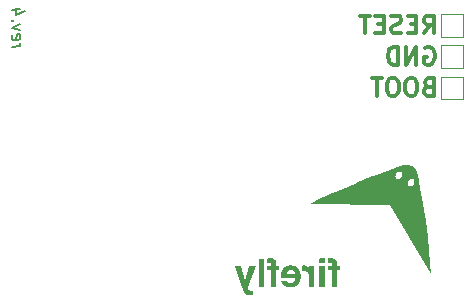
<source format=gbr>
%TF.GenerationSoftware,KiCad,Pcbnew,7.0.7*%
%TF.CreationDate,2023-12-08T19:41:31-05:00*%
%TF.ProjectId,pixie-rev-4,70697869-652d-4726-9576-2d342e6b6963,rev?*%
%TF.SameCoordinates,Original*%
%TF.FileFunction,Legend,Bot*%
%TF.FilePolarity,Positive*%
%FSLAX46Y46*%
G04 Gerber Fmt 4.6, Leading zero omitted, Abs format (unit mm)*
G04 Created by KiCad (PCBNEW 7.0.7) date 2023-12-08 19:41:31*
%MOMM*%
%LPD*%
G01*
G04 APERTURE LIST*
%ADD10C,0.300000*%
%ADD11C,0.150000*%
%ADD12C,0.120000*%
%ADD13O,1.300000X2.100000*%
%ADD14O,1.300000X2.500000*%
%ADD15R,1.500000X1.500000*%
G04 APERTURE END LIST*
D10*
X185459774Y-44124755D02*
X185602632Y-44053326D01*
X185602632Y-44053326D02*
X185816917Y-44053326D01*
X185816917Y-44053326D02*
X186031203Y-44124755D01*
X186031203Y-44124755D02*
X186174060Y-44267612D01*
X186174060Y-44267612D02*
X186245489Y-44410469D01*
X186245489Y-44410469D02*
X186316917Y-44696183D01*
X186316917Y-44696183D02*
X186316917Y-44910469D01*
X186316917Y-44910469D02*
X186245489Y-45196183D01*
X186245489Y-45196183D02*
X186174060Y-45339040D01*
X186174060Y-45339040D02*
X186031203Y-45481898D01*
X186031203Y-45481898D02*
X185816917Y-45553326D01*
X185816917Y-45553326D02*
X185674060Y-45553326D01*
X185674060Y-45553326D02*
X185459774Y-45481898D01*
X185459774Y-45481898D02*
X185388346Y-45410469D01*
X185388346Y-45410469D02*
X185388346Y-44910469D01*
X185388346Y-44910469D02*
X185674060Y-44910469D01*
X184745489Y-45553326D02*
X184745489Y-44053326D01*
X184745489Y-44053326D02*
X183888346Y-45553326D01*
X183888346Y-45553326D02*
X183888346Y-44053326D01*
X183174060Y-45553326D02*
X183174060Y-44053326D01*
X183174060Y-44053326D02*
X182816917Y-44053326D01*
X182816917Y-44053326D02*
X182602631Y-44124755D01*
X182602631Y-44124755D02*
X182459774Y-44267612D01*
X182459774Y-44267612D02*
X182388345Y-44410469D01*
X182388345Y-44410469D02*
X182316917Y-44696183D01*
X182316917Y-44696183D02*
X182316917Y-44910469D01*
X182316917Y-44910469D02*
X182388345Y-45196183D01*
X182388345Y-45196183D02*
X182459774Y-45339040D01*
X182459774Y-45339040D02*
X182602631Y-45481898D01*
X182602631Y-45481898D02*
X182816917Y-45553326D01*
X182816917Y-45553326D02*
X183174060Y-45553326D01*
X185745489Y-47417612D02*
X185531203Y-47489040D01*
X185531203Y-47489040D02*
X185459774Y-47560469D01*
X185459774Y-47560469D02*
X185388346Y-47703326D01*
X185388346Y-47703326D02*
X185388346Y-47917612D01*
X185388346Y-47917612D02*
X185459774Y-48060469D01*
X185459774Y-48060469D02*
X185531203Y-48131898D01*
X185531203Y-48131898D02*
X185674060Y-48203326D01*
X185674060Y-48203326D02*
X186245489Y-48203326D01*
X186245489Y-48203326D02*
X186245489Y-46703326D01*
X186245489Y-46703326D02*
X185745489Y-46703326D01*
X185745489Y-46703326D02*
X185602632Y-46774755D01*
X185602632Y-46774755D02*
X185531203Y-46846183D01*
X185531203Y-46846183D02*
X185459774Y-46989040D01*
X185459774Y-46989040D02*
X185459774Y-47131898D01*
X185459774Y-47131898D02*
X185531203Y-47274755D01*
X185531203Y-47274755D02*
X185602632Y-47346183D01*
X185602632Y-47346183D02*
X185745489Y-47417612D01*
X185745489Y-47417612D02*
X186245489Y-47417612D01*
X184459774Y-46703326D02*
X184174060Y-46703326D01*
X184174060Y-46703326D02*
X184031203Y-46774755D01*
X184031203Y-46774755D02*
X183888346Y-46917612D01*
X183888346Y-46917612D02*
X183816917Y-47203326D01*
X183816917Y-47203326D02*
X183816917Y-47703326D01*
X183816917Y-47703326D02*
X183888346Y-47989040D01*
X183888346Y-47989040D02*
X184031203Y-48131898D01*
X184031203Y-48131898D02*
X184174060Y-48203326D01*
X184174060Y-48203326D02*
X184459774Y-48203326D01*
X184459774Y-48203326D02*
X184602632Y-48131898D01*
X184602632Y-48131898D02*
X184745489Y-47989040D01*
X184745489Y-47989040D02*
X184816917Y-47703326D01*
X184816917Y-47703326D02*
X184816917Y-47203326D01*
X184816917Y-47203326D02*
X184745489Y-46917612D01*
X184745489Y-46917612D02*
X184602632Y-46774755D01*
X184602632Y-46774755D02*
X184459774Y-46703326D01*
X182888345Y-46703326D02*
X182602631Y-46703326D01*
X182602631Y-46703326D02*
X182459774Y-46774755D01*
X182459774Y-46774755D02*
X182316917Y-46917612D01*
X182316917Y-46917612D02*
X182245488Y-47203326D01*
X182245488Y-47203326D02*
X182245488Y-47703326D01*
X182245488Y-47703326D02*
X182316917Y-47989040D01*
X182316917Y-47989040D02*
X182459774Y-48131898D01*
X182459774Y-48131898D02*
X182602631Y-48203326D01*
X182602631Y-48203326D02*
X182888345Y-48203326D01*
X182888345Y-48203326D02*
X183031203Y-48131898D01*
X183031203Y-48131898D02*
X183174060Y-47989040D01*
X183174060Y-47989040D02*
X183245488Y-47703326D01*
X183245488Y-47703326D02*
X183245488Y-47203326D01*
X183245488Y-47203326D02*
X183174060Y-46917612D01*
X183174060Y-46917612D02*
X183031203Y-46774755D01*
X183031203Y-46774755D02*
X182888345Y-46703326D01*
X181816916Y-46703326D02*
X180959774Y-46703326D01*
X181388345Y-48203326D02*
X181388345Y-46703326D01*
X185388346Y-42903326D02*
X185888346Y-42189040D01*
X186245489Y-42903326D02*
X186245489Y-41403326D01*
X186245489Y-41403326D02*
X185674060Y-41403326D01*
X185674060Y-41403326D02*
X185531203Y-41474755D01*
X185531203Y-41474755D02*
X185459774Y-41546183D01*
X185459774Y-41546183D02*
X185388346Y-41689040D01*
X185388346Y-41689040D02*
X185388346Y-41903326D01*
X185388346Y-41903326D02*
X185459774Y-42046183D01*
X185459774Y-42046183D02*
X185531203Y-42117612D01*
X185531203Y-42117612D02*
X185674060Y-42189040D01*
X185674060Y-42189040D02*
X186245489Y-42189040D01*
X184745489Y-42117612D02*
X184245489Y-42117612D01*
X184031203Y-42903326D02*
X184745489Y-42903326D01*
X184745489Y-42903326D02*
X184745489Y-41403326D01*
X184745489Y-41403326D02*
X184031203Y-41403326D01*
X183459774Y-42831898D02*
X183245489Y-42903326D01*
X183245489Y-42903326D02*
X182888346Y-42903326D01*
X182888346Y-42903326D02*
X182745489Y-42831898D01*
X182745489Y-42831898D02*
X182674060Y-42760469D01*
X182674060Y-42760469D02*
X182602631Y-42617612D01*
X182602631Y-42617612D02*
X182602631Y-42474755D01*
X182602631Y-42474755D02*
X182674060Y-42331898D01*
X182674060Y-42331898D02*
X182745489Y-42260469D01*
X182745489Y-42260469D02*
X182888346Y-42189040D01*
X182888346Y-42189040D02*
X183174060Y-42117612D01*
X183174060Y-42117612D02*
X183316917Y-42046183D01*
X183316917Y-42046183D02*
X183388346Y-41974755D01*
X183388346Y-41974755D02*
X183459774Y-41831898D01*
X183459774Y-41831898D02*
X183459774Y-41689040D01*
X183459774Y-41689040D02*
X183388346Y-41546183D01*
X183388346Y-41546183D02*
X183316917Y-41474755D01*
X183316917Y-41474755D02*
X183174060Y-41403326D01*
X183174060Y-41403326D02*
X182816917Y-41403326D01*
X182816917Y-41403326D02*
X182602631Y-41474755D01*
X181959775Y-42117612D02*
X181459775Y-42117612D01*
X181245489Y-42903326D02*
X181959775Y-42903326D01*
X181959775Y-42903326D02*
X181959775Y-41403326D01*
X181959775Y-41403326D02*
X181245489Y-41403326D01*
X180816917Y-41403326D02*
X179959775Y-41403326D01*
X180388346Y-42903326D02*
X180388346Y-41403326D01*
D11*
X150520180Y-44063208D02*
X151186847Y-43979874D01*
X150996371Y-44003684D02*
X151091609Y-43944160D01*
X151091609Y-43944160D02*
X151139228Y-43890589D01*
X151139228Y-43890589D02*
X151186847Y-43789398D01*
X151186847Y-43789398D02*
X151186847Y-43694160D01*
X150567800Y-43057255D02*
X150520180Y-43158445D01*
X150520180Y-43158445D02*
X150520180Y-43348922D01*
X150520180Y-43348922D02*
X150567800Y-43438207D01*
X150567800Y-43438207D02*
X150663038Y-43473922D01*
X150663038Y-43473922D02*
X151043990Y-43426303D01*
X151043990Y-43426303D02*
X151139228Y-43366779D01*
X151139228Y-43366779D02*
X151186847Y-43265588D01*
X151186847Y-43265588D02*
X151186847Y-43075112D01*
X151186847Y-43075112D02*
X151139228Y-42985826D01*
X151139228Y-42985826D02*
X151043990Y-42950112D01*
X151043990Y-42950112D02*
X150948752Y-42962017D01*
X150948752Y-42962017D02*
X150853514Y-43450112D01*
X151186847Y-42598921D02*
X150520180Y-42444160D01*
X150520180Y-42444160D02*
X151186847Y-42122731D01*
X150615419Y-41813207D02*
X150567800Y-41771540D01*
X150567800Y-41771540D02*
X150520180Y-41825112D01*
X150520180Y-41825112D02*
X150567800Y-41866778D01*
X150567800Y-41866778D02*
X150615419Y-41813207D01*
X150615419Y-41813207D02*
X150520180Y-41825112D01*
X151186847Y-40837017D02*
X150520180Y-40920350D01*
X151567800Y-41027493D02*
X150853514Y-41354874D01*
X150853514Y-41354874D02*
X150853514Y-40735826D01*
D12*
%TO.C,GND201*%
X188699999Y-45824998D02*
X188699999Y-43924998D01*
X188699999Y-43924998D02*
X186799999Y-43924998D01*
X186799999Y-45824998D02*
X188699999Y-45824998D01*
X186799999Y-43924998D02*
X186799999Y-45824998D01*
%TO.C,BOOT301*%
X188700000Y-43175000D02*
X188700000Y-41275000D01*
X188700000Y-41275000D02*
X186800000Y-41275000D01*
X186800000Y-43175000D02*
X188700000Y-43175000D01*
X186800000Y-41275000D02*
X186800000Y-43175000D01*
%TO.C,branding-logo-1*%
G36*
X184965416Y-55438602D02*
G01*
X185081339Y-55982979D01*
X185321045Y-57386242D01*
X185525405Y-58815550D01*
X185693860Y-60182722D01*
X185920823Y-62377937D01*
X185997469Y-63266440D01*
X182512907Y-57416504D01*
X175702531Y-57321254D01*
X176509800Y-56944471D01*
X177404056Y-56538511D01*
X178523321Y-56045301D01*
X179536207Y-55616156D01*
X183996882Y-55616156D01*
X183999204Y-55646441D01*
X184001412Y-55661180D01*
X184004316Y-55675610D01*
X184007911Y-55689703D01*
X184012195Y-55703430D01*
X184017165Y-55716762D01*
X184022818Y-55729669D01*
X184029152Y-55742123D01*
X184036163Y-55754094D01*
X184043848Y-55765553D01*
X184052204Y-55776472D01*
X184061229Y-55786821D01*
X184070920Y-55796572D01*
X184081274Y-55805694D01*
X184092287Y-55814160D01*
X184103957Y-55821939D01*
X184116282Y-55829004D01*
X184128346Y-55835284D01*
X184140710Y-55840736D01*
X184153348Y-55845368D01*
X184166232Y-55849189D01*
X184179337Y-55852207D01*
X184192637Y-55854433D01*
X184206106Y-55855873D01*
X184219717Y-55856537D01*
X184233444Y-55856434D01*
X184247262Y-55855572D01*
X184261143Y-55853960D01*
X184275063Y-55851607D01*
X184288993Y-55848522D01*
X184302910Y-55844712D01*
X184316785Y-55840188D01*
X184330594Y-55834957D01*
X184344310Y-55829029D01*
X184357906Y-55822411D01*
X184371358Y-55815114D01*
X184384637Y-55807145D01*
X184397719Y-55798513D01*
X184410577Y-55789227D01*
X184423186Y-55779296D01*
X184435518Y-55768728D01*
X184447548Y-55757533D01*
X184459249Y-55745718D01*
X184470596Y-55733293D01*
X184481562Y-55720266D01*
X184492120Y-55706646D01*
X184502246Y-55692442D01*
X184511913Y-55677663D01*
X184521094Y-55662316D01*
X184537562Y-55630729D01*
X184551263Y-55598630D01*
X184562219Y-55566253D01*
X184570455Y-55533828D01*
X184575994Y-55501590D01*
X184578858Y-55469770D01*
X184579071Y-55438602D01*
X184576657Y-55408317D01*
X184571638Y-55379148D01*
X184564037Y-55351328D01*
X184559276Y-55337996D01*
X184553879Y-55325089D01*
X184547848Y-55312635D01*
X184541186Y-55300664D01*
X184533896Y-55289205D01*
X184525981Y-55278286D01*
X184517445Y-55267937D01*
X184508289Y-55258186D01*
X184498516Y-55249064D01*
X184488131Y-55240598D01*
X184477135Y-55232819D01*
X184465532Y-55225754D01*
X184453467Y-55219474D01*
X184441103Y-55214022D01*
X184428465Y-55209390D01*
X184415581Y-55205569D01*
X184402476Y-55202550D01*
X184389176Y-55200325D01*
X184375707Y-55198885D01*
X184362096Y-55198221D01*
X184348369Y-55198324D01*
X184334551Y-55199186D01*
X184320670Y-55200798D01*
X184306750Y-55203151D01*
X184292820Y-55206236D01*
X184278903Y-55210046D01*
X184265028Y-55214570D01*
X184251219Y-55219801D01*
X184237503Y-55225729D01*
X184223907Y-55232347D01*
X184210456Y-55239644D01*
X184197176Y-55247613D01*
X184184094Y-55256245D01*
X184171236Y-55265531D01*
X184158627Y-55275462D01*
X184146295Y-55286029D01*
X184134265Y-55297225D01*
X184122564Y-55309040D01*
X184111217Y-55321465D01*
X184100252Y-55334492D01*
X184089693Y-55348111D01*
X184079567Y-55362315D01*
X184069900Y-55377095D01*
X184060719Y-55392441D01*
X184042856Y-55424029D01*
X184027946Y-55456127D01*
X184015966Y-55488505D01*
X184006893Y-55520930D01*
X184000703Y-55553168D01*
X183997374Y-55584988D01*
X183996882Y-55616156D01*
X179536207Y-55616156D01*
X179791042Y-55508186D01*
X181005267Y-55020844D01*
X182968303Y-55020844D01*
X182970305Y-55051129D01*
X182975004Y-55080298D01*
X182978369Y-55094391D01*
X182982413Y-55108118D01*
X182987137Y-55121449D01*
X182992542Y-55134356D01*
X182998631Y-55146810D01*
X183005404Y-55158781D01*
X183012863Y-55170241D01*
X183021009Y-55181160D01*
X183029845Y-55191509D01*
X183039371Y-55201259D01*
X183049588Y-55210382D01*
X183060499Y-55218847D01*
X183072105Y-55226627D01*
X183084407Y-55233691D01*
X183096471Y-55239971D01*
X183108835Y-55245423D01*
X183121473Y-55250055D01*
X183134357Y-55253876D01*
X183147462Y-55256895D01*
X183160762Y-55259120D01*
X183174231Y-55260560D01*
X183187842Y-55261225D01*
X183201569Y-55261121D01*
X183215387Y-55260259D01*
X183229268Y-55258648D01*
X183243188Y-55256295D01*
X183257118Y-55253209D01*
X183271035Y-55249400D01*
X183284910Y-55244875D01*
X183298719Y-55239644D01*
X183312435Y-55233716D01*
X183326031Y-55227099D01*
X183339483Y-55219801D01*
X183352762Y-55211832D01*
X183365844Y-55203200D01*
X183378702Y-55193915D01*
X183391311Y-55183984D01*
X183403643Y-55173416D01*
X183415673Y-55162220D01*
X183427374Y-55150406D01*
X183438721Y-55137981D01*
X183449686Y-55124954D01*
X183460245Y-55111334D01*
X183470371Y-55097130D01*
X183480038Y-55082350D01*
X183489219Y-55067004D01*
X183505687Y-55035417D01*
X183519388Y-55003318D01*
X183530344Y-54970940D01*
X183538580Y-54938516D01*
X183544119Y-54906277D01*
X183546983Y-54874457D01*
X183547196Y-54843289D01*
X183544781Y-54813004D01*
X183539762Y-54783835D01*
X183532162Y-54756015D01*
X183527401Y-54742683D01*
X183522004Y-54729776D01*
X183515973Y-54717323D01*
X183509311Y-54705351D01*
X183502021Y-54693892D01*
X183494106Y-54682973D01*
X183485569Y-54672624D01*
X183476414Y-54662873D01*
X183466641Y-54653751D01*
X183456256Y-54645285D01*
X183445260Y-54637506D01*
X183433656Y-54630441D01*
X183421592Y-54624161D01*
X183409228Y-54618710D01*
X183396590Y-54614078D01*
X183383706Y-54610257D01*
X183370601Y-54607238D01*
X183357300Y-54605013D01*
X183343832Y-54603572D01*
X183330221Y-54602908D01*
X183316493Y-54603011D01*
X183302676Y-54603873D01*
X183288794Y-54605485D01*
X183274875Y-54607838D01*
X183260944Y-54610924D01*
X183247028Y-54614733D01*
X183233152Y-54619257D01*
X183219344Y-54624488D01*
X183205628Y-54630417D01*
X183192031Y-54637034D01*
X183178580Y-54644332D01*
X183165301Y-54652301D01*
X183152218Y-54660932D01*
X183139360Y-54670218D01*
X183126752Y-54680149D01*
X183114420Y-54690717D01*
X183102390Y-54701912D01*
X183090689Y-54713727D01*
X183079342Y-54726152D01*
X183068376Y-54739179D01*
X183057817Y-54752799D01*
X183047692Y-54767003D01*
X183038025Y-54781782D01*
X183028844Y-54797129D01*
X183012289Y-54828716D01*
X182998350Y-54860815D01*
X182987038Y-54893193D01*
X182978367Y-54925617D01*
X182972346Y-54957855D01*
X182968987Y-54989675D01*
X182968303Y-55020844D01*
X181005267Y-55020844D01*
X181130666Y-54970514D01*
X181803518Y-54715014D01*
X182465638Y-54475629D01*
X183107457Y-54257778D01*
X183719406Y-54066879D01*
X183764090Y-54055454D01*
X183808794Y-54046452D01*
X183853450Y-54039831D01*
X183897985Y-54035548D01*
X183942328Y-54033561D01*
X183986408Y-54033829D01*
X184030153Y-54036308D01*
X184073493Y-54040958D01*
X184116357Y-54047736D01*
X184158672Y-54056599D01*
X184200369Y-54067505D01*
X184241375Y-54080413D01*
X184281619Y-54095280D01*
X184321031Y-54112064D01*
X184359538Y-54130723D01*
X184397071Y-54151215D01*
X184433557Y-54173497D01*
X184468925Y-54197528D01*
X184503104Y-54223265D01*
X184536023Y-54250666D01*
X184567611Y-54279689D01*
X184597797Y-54310292D01*
X184626508Y-54342433D01*
X184653675Y-54376069D01*
X184679226Y-54411159D01*
X184703089Y-54447660D01*
X184725193Y-54485530D01*
X184745468Y-54524727D01*
X184763842Y-54565209D01*
X184780243Y-54606933D01*
X184794601Y-54649858D01*
X184806844Y-54693941D01*
X184838647Y-54843289D01*
X184965416Y-55438602D01*
G37*
%TO.C,branding-name-1*%
G36*
X177000878Y-64357250D02*
G01*
X176535212Y-64357250D01*
X176535212Y-62648042D01*
X176535273Y-62645097D01*
X176535457Y-62642215D01*
X176535761Y-62639400D01*
X176536183Y-62636652D01*
X176536721Y-62633975D01*
X176537374Y-62631368D01*
X176538139Y-62628836D01*
X176539015Y-62626379D01*
X176539999Y-62624000D01*
X176541090Y-62621700D01*
X176542285Y-62619481D01*
X176543583Y-62617346D01*
X176544982Y-62615296D01*
X176546480Y-62613333D01*
X176548074Y-62611460D01*
X176549764Y-62609677D01*
X176551546Y-62607988D01*
X176553420Y-62606393D01*
X176555383Y-62604896D01*
X176557432Y-62603497D01*
X176559568Y-62602199D01*
X176561786Y-62601003D01*
X176564086Y-62599913D01*
X176566466Y-62598929D01*
X176568922Y-62598053D01*
X176571455Y-62597288D01*
X176574061Y-62596635D01*
X176576739Y-62596097D01*
X176579486Y-62595675D01*
X176582302Y-62595371D01*
X176585183Y-62595187D01*
X176588128Y-62595125D01*
X177000878Y-62595125D01*
X177000878Y-64357250D01*
G37*
G36*
X177000878Y-62388750D02*
G01*
X176529920Y-62388750D01*
X176529920Y-62013042D01*
X176529981Y-62010097D01*
X176530165Y-62007215D01*
X176530469Y-62004400D01*
X176530891Y-62001652D01*
X176531430Y-61998975D01*
X176532082Y-61996369D01*
X176532848Y-61993836D01*
X176533723Y-61991379D01*
X176534707Y-61989000D01*
X176535798Y-61986700D01*
X176536993Y-61984481D01*
X176538291Y-61982346D01*
X176539690Y-61980296D01*
X176541188Y-61978333D01*
X176542782Y-61976460D01*
X176544472Y-61974677D01*
X176546254Y-61972988D01*
X176548128Y-61971393D01*
X176550091Y-61969896D01*
X176552141Y-61968497D01*
X176554276Y-61967199D01*
X176556494Y-61966003D01*
X176558794Y-61964913D01*
X176561174Y-61963929D01*
X176563631Y-61963053D01*
X176566163Y-61962288D01*
X176568769Y-61961635D01*
X176571447Y-61961097D01*
X176574195Y-61960675D01*
X176577010Y-61960371D01*
X176579891Y-61960187D01*
X176582837Y-61960125D01*
X177000878Y-61960125D01*
X177000878Y-62388750D01*
G37*
G36*
X171846795Y-64357250D02*
G01*
X171381128Y-64357250D01*
X171381128Y-62028917D01*
X171381190Y-62025972D01*
X171381373Y-62023090D01*
X171381677Y-62020275D01*
X171382099Y-62017527D01*
X171382638Y-62014850D01*
X171383291Y-62012244D01*
X171384056Y-62009711D01*
X171384931Y-62007254D01*
X171385915Y-62004875D01*
X171387006Y-62002575D01*
X171388202Y-62000356D01*
X171389500Y-61998221D01*
X171390898Y-61996171D01*
X171392396Y-61994208D01*
X171393991Y-61992335D01*
X171395680Y-61990552D01*
X171397463Y-61988863D01*
X171399336Y-61987268D01*
X171401299Y-61985771D01*
X171403349Y-61984372D01*
X171405484Y-61983074D01*
X171407703Y-61981878D01*
X171410003Y-61980788D01*
X171412382Y-61979804D01*
X171414839Y-61978928D01*
X171417371Y-61978163D01*
X171419977Y-61977510D01*
X171422655Y-61976972D01*
X171425403Y-61976550D01*
X171428218Y-61976246D01*
X171431099Y-61976062D01*
X171434045Y-61976000D01*
X171846795Y-61976000D01*
X171846795Y-64357250D01*
G37*
G36*
X170222253Y-63896875D02*
G01*
X170592670Y-62626875D01*
X170594776Y-62622971D01*
X170597114Y-62619206D01*
X170599670Y-62615597D01*
X170602427Y-62612157D01*
X170605370Y-62608904D01*
X170608483Y-62605853D01*
X170611752Y-62603018D01*
X170615160Y-62600417D01*
X170618692Y-62598063D01*
X170622333Y-62595972D01*
X170626066Y-62594161D01*
X170629878Y-62592644D01*
X170633751Y-62591438D01*
X170637670Y-62590557D01*
X170639643Y-62590243D01*
X170641621Y-62590017D01*
X170643603Y-62589879D01*
X170645587Y-62589833D01*
X171121837Y-62589833D01*
X170465671Y-64415458D01*
X170475582Y-64451663D01*
X170485432Y-64484829D01*
X170490314Y-64500253D01*
X170495157Y-64514894D01*
X170499954Y-64528745D01*
X170504697Y-64541797D01*
X170509377Y-64554043D01*
X170513988Y-64565475D01*
X170518521Y-64576086D01*
X170522969Y-64585867D01*
X170527324Y-64594810D01*
X170531579Y-64602909D01*
X170535724Y-64610156D01*
X170539754Y-64616542D01*
X170547255Y-64625222D01*
X170555856Y-64633399D01*
X170565543Y-64641064D01*
X170576300Y-64648209D01*
X170588110Y-64654828D01*
X170600960Y-64660911D01*
X170614832Y-64666452D01*
X170629712Y-64671443D01*
X170645585Y-64675875D01*
X170662434Y-64679742D01*
X170680244Y-64683035D01*
X170699000Y-64685747D01*
X170718686Y-64687869D01*
X170739287Y-64689395D01*
X170760787Y-64690316D01*
X170783170Y-64690625D01*
X170815830Y-64690542D01*
X170829772Y-64690346D01*
X170842040Y-64689964D01*
X170847527Y-64689683D01*
X170852572Y-64689333D01*
X170857167Y-64688906D01*
X170861305Y-64688393D01*
X170864978Y-64687787D01*
X170868178Y-64687080D01*
X170870897Y-64686265D01*
X170873128Y-64685333D01*
X170873128Y-65055750D01*
X170650879Y-65061042D01*
X170616833Y-65060608D01*
X170584144Y-65059305D01*
X170552804Y-65057135D01*
X170522804Y-65054096D01*
X170494138Y-65050190D01*
X170466797Y-65045415D01*
X170440774Y-65039772D01*
X170416061Y-65033261D01*
X170392650Y-65025881D01*
X170370534Y-65017634D01*
X170349705Y-65008518D01*
X170330154Y-64998534D01*
X170311875Y-64987682D01*
X170294859Y-64975962D01*
X170279099Y-64963373D01*
X170264587Y-64949917D01*
X170251444Y-64934724D01*
X170237819Y-64916927D01*
X170223730Y-64896525D01*
X170209190Y-64873518D01*
X170178825Y-64819692D01*
X170146848Y-64755448D01*
X170113382Y-64680786D01*
X170078552Y-64595706D01*
X170042482Y-64500208D01*
X170005296Y-64394292D01*
X169396754Y-62663917D01*
X169395389Y-62660926D01*
X169394266Y-62657912D01*
X169393380Y-62654883D01*
X169392724Y-62651845D01*
X169392292Y-62648808D01*
X169392080Y-62645778D01*
X169392081Y-62642764D01*
X169392289Y-62639774D01*
X169392699Y-62636814D01*
X169393305Y-62633893D01*
X169394100Y-62631018D01*
X169395080Y-62628198D01*
X169396238Y-62625440D01*
X169397568Y-62622751D01*
X169399065Y-62620141D01*
X169400723Y-62617615D01*
X169402536Y-62615182D01*
X169404498Y-62612850D01*
X169406603Y-62610627D01*
X169408846Y-62608520D01*
X169411221Y-62606537D01*
X169413722Y-62604685D01*
X169416343Y-62602974D01*
X169419078Y-62601409D01*
X169421922Y-62600000D01*
X169424868Y-62598753D01*
X169427912Y-62597677D01*
X169431046Y-62596779D01*
X169434266Y-62596067D01*
X169437565Y-62595549D01*
X169440938Y-62595233D01*
X169444379Y-62595125D01*
X169444379Y-62589833D01*
X169851837Y-62589833D01*
X170222253Y-63896875D01*
G37*
G36*
X175196808Y-62547764D02*
G01*
X175212856Y-62548553D01*
X175228690Y-62549868D01*
X175244314Y-62551707D01*
X175259728Y-62554069D01*
X175274935Y-62556953D01*
X175289936Y-62560359D01*
X175304734Y-62564285D01*
X175319330Y-62568730D01*
X175333727Y-62573694D01*
X175347926Y-62579175D01*
X175361929Y-62585172D01*
X175375739Y-62591685D01*
X175389356Y-62598713D01*
X175402784Y-62606254D01*
X175416024Y-62614307D01*
X175441948Y-62631948D01*
X175467142Y-62651628D01*
X175491624Y-62673339D01*
X175515408Y-62697072D01*
X175538510Y-62722822D01*
X175560945Y-62750578D01*
X175582729Y-62780335D01*
X175603878Y-62812084D01*
X175619670Y-62835979D01*
X175627412Y-62848081D01*
X175634967Y-62860370D01*
X175642274Y-62872907D01*
X175649271Y-62885753D01*
X175655896Y-62898972D01*
X175659049Y-62905741D01*
X175662086Y-62912625D01*
X175662086Y-62648042D01*
X175662148Y-62645097D01*
X175662332Y-62642215D01*
X175662636Y-62639400D01*
X175663058Y-62636652D01*
X175663596Y-62633975D01*
X175664249Y-62631368D01*
X175665014Y-62628836D01*
X175665890Y-62626379D01*
X175666874Y-62624000D01*
X175667965Y-62621700D01*
X175669160Y-62619481D01*
X175670458Y-62617346D01*
X175671857Y-62615296D01*
X175673354Y-62613333D01*
X175674949Y-62611460D01*
X175676639Y-62609677D01*
X175678421Y-62607988D01*
X175680295Y-62606393D01*
X175682257Y-62604896D01*
X175684307Y-62603497D01*
X175686443Y-62602199D01*
X175688661Y-62601003D01*
X175690961Y-62599913D01*
X175693340Y-62598929D01*
X175695797Y-62598053D01*
X175698330Y-62597288D01*
X175700936Y-62596635D01*
X175703614Y-62596097D01*
X175706361Y-62595675D01*
X175709177Y-62595371D01*
X175712058Y-62595187D01*
X175715003Y-62595125D01*
X176101295Y-62595125D01*
X176101295Y-64357250D01*
X175635628Y-64357250D01*
X175635628Y-63441792D01*
X175635195Y-63415437D01*
X175633902Y-63389950D01*
X175631756Y-63365331D01*
X175628766Y-63341581D01*
X175624938Y-63318699D01*
X175620280Y-63296684D01*
X175614801Y-63275538D01*
X175608508Y-63255261D01*
X175601409Y-63235851D01*
X175593512Y-63217309D01*
X175584824Y-63199636D01*
X175575353Y-63182831D01*
X175565107Y-63166894D01*
X175554093Y-63151825D01*
X175542320Y-63137624D01*
X175529795Y-63124292D01*
X175516462Y-63111767D01*
X175502261Y-63099994D01*
X175487193Y-63088980D01*
X175471256Y-63078734D01*
X175454450Y-63069263D01*
X175436777Y-63060575D01*
X175418236Y-63052677D01*
X175398826Y-63045578D01*
X175378548Y-63039285D01*
X175357402Y-63033806D01*
X175335388Y-63029149D01*
X175312506Y-63025321D01*
X175288755Y-63022330D01*
X175264137Y-63020184D01*
X175238650Y-63018891D01*
X175212295Y-63018458D01*
X175176659Y-63018541D01*
X175158996Y-63018738D01*
X175141519Y-63019120D01*
X175124290Y-63019750D01*
X175107371Y-63020691D01*
X175090824Y-63022004D01*
X175074712Y-63023750D01*
X175074712Y-62600417D01*
X175074788Y-62597937D01*
X175075015Y-62595462D01*
X175075387Y-62592997D01*
X175075900Y-62590547D01*
X175076549Y-62588115D01*
X175077328Y-62585708D01*
X175078233Y-62583330D01*
X175079259Y-62580986D01*
X175080402Y-62578681D01*
X175081656Y-62576420D01*
X175083016Y-62574206D01*
X175084478Y-62572046D01*
X175086038Y-62569945D01*
X175087689Y-62567906D01*
X175089427Y-62565935D01*
X175091248Y-62564037D01*
X175093146Y-62562216D01*
X175095117Y-62560477D01*
X175097156Y-62558826D01*
X175099258Y-62557267D01*
X175101418Y-62555805D01*
X175103631Y-62554444D01*
X175105893Y-62553190D01*
X175108198Y-62552048D01*
X175110542Y-62551021D01*
X175112920Y-62550116D01*
X175115327Y-62549337D01*
X175117758Y-62548689D01*
X175120209Y-62548176D01*
X175122674Y-62547804D01*
X175125149Y-62547577D01*
X175127628Y-62547500D01*
X175180545Y-62547500D01*
X175196808Y-62547764D01*
G37*
G36*
X177537755Y-61939455D02*
G01*
X177570807Y-61940943D01*
X177602743Y-61943423D01*
X177633563Y-61946896D01*
X177663267Y-61951361D01*
X177691854Y-61956818D01*
X177719325Y-61963267D01*
X177745680Y-61970709D01*
X177770919Y-61979142D01*
X177795041Y-61988568D01*
X177818048Y-61998986D01*
X177839938Y-62010396D01*
X177860712Y-62022798D01*
X177880370Y-62036193D01*
X177898911Y-62050580D01*
X177916336Y-62065958D01*
X177932647Y-62081398D01*
X177947849Y-62097946D01*
X177961950Y-62115595D01*
X177974958Y-62134337D01*
X177986881Y-62154164D01*
X177997727Y-62175068D01*
X178007503Y-62197042D01*
X178016217Y-62220078D01*
X178023876Y-62244169D01*
X178030490Y-62269305D01*
X178036064Y-62295481D01*
X178040608Y-62322687D01*
X178044128Y-62350917D01*
X178046633Y-62380162D01*
X178048131Y-62410414D01*
X178048628Y-62441667D01*
X178048628Y-62589834D01*
X178307920Y-62589834D01*
X178307920Y-62917917D01*
X178048628Y-62917917D01*
X178048628Y-64351958D01*
X177582961Y-64351958D01*
X177582961Y-62917917D01*
X177281336Y-62917917D01*
X177281336Y-62642750D01*
X177281398Y-62639805D01*
X177281582Y-62636924D01*
X177281886Y-62634108D01*
X177282308Y-62631361D01*
X177282846Y-62628683D01*
X177283499Y-62626077D01*
X177284264Y-62623544D01*
X177285140Y-62621088D01*
X177286124Y-62618708D01*
X177287215Y-62616408D01*
X177288410Y-62614190D01*
X177289708Y-62612055D01*
X177291107Y-62610005D01*
X177292604Y-62608042D01*
X177294199Y-62606168D01*
X177295889Y-62604386D01*
X177297671Y-62602696D01*
X177299545Y-62601102D01*
X177301507Y-62599604D01*
X177303557Y-62598205D01*
X177305693Y-62596907D01*
X177307911Y-62595712D01*
X177310211Y-62594621D01*
X177312590Y-62593637D01*
X177315047Y-62592762D01*
X177317580Y-62591996D01*
X177320186Y-62591344D01*
X177322864Y-62590805D01*
X177325611Y-62590383D01*
X177328427Y-62590079D01*
X177331308Y-62589895D01*
X177334253Y-62589834D01*
X177582961Y-62589834D01*
X177582961Y-62510459D01*
X177582837Y-62495945D01*
X177582465Y-62482161D01*
X177581845Y-62469089D01*
X177580977Y-62456715D01*
X177579861Y-62445023D01*
X177578497Y-62433998D01*
X177576884Y-62423624D01*
X177575024Y-62413886D01*
X177572915Y-62404767D01*
X177570559Y-62396254D01*
X177567954Y-62388329D01*
X177565102Y-62380978D01*
X177562001Y-62374185D01*
X177558653Y-62367935D01*
X177555056Y-62362212D01*
X177551211Y-62357000D01*
X177546996Y-62352224D01*
X177542292Y-62347812D01*
X177537108Y-62343757D01*
X177531450Y-62340050D01*
X177525328Y-62336685D01*
X177518748Y-62333653D01*
X177511719Y-62330946D01*
X177504248Y-62328558D01*
X177496343Y-62326479D01*
X177488011Y-62324702D01*
X177479261Y-62323221D01*
X177470100Y-62322026D01*
X177460536Y-62321110D01*
X177450577Y-62320465D01*
X177440230Y-62320084D01*
X177429503Y-62319959D01*
X177286628Y-62319959D01*
X177286628Y-61997167D01*
X177286690Y-61994687D01*
X177286872Y-61992212D01*
X177287173Y-61989747D01*
X177287590Y-61987297D01*
X177288118Y-61984865D01*
X177288756Y-61982458D01*
X177289501Y-61980081D01*
X177290349Y-61977737D01*
X177291298Y-61975431D01*
X177292345Y-61973170D01*
X177293487Y-61970956D01*
X177294721Y-61968797D01*
X177296044Y-61966695D01*
X177297453Y-61964656D01*
X177298946Y-61962685D01*
X177300519Y-61960787D01*
X177302169Y-61958966D01*
X177303895Y-61957227D01*
X177305692Y-61955576D01*
X177307557Y-61954017D01*
X177309489Y-61952555D01*
X177311483Y-61951194D01*
X177313538Y-61949940D01*
X177315650Y-61948798D01*
X177317816Y-61947771D01*
X177320033Y-61946866D01*
X177322299Y-61946087D01*
X177324610Y-61945439D01*
X177326964Y-61944926D01*
X177329358Y-61944554D01*
X177331789Y-61944327D01*
X177334253Y-61944250D01*
X177350366Y-61942504D01*
X177366913Y-61941191D01*
X177383832Y-61940250D01*
X177401061Y-61939620D01*
X177436201Y-61939041D01*
X177471837Y-61938959D01*
X177503587Y-61938959D01*
X177537755Y-61939455D01*
G37*
G36*
X172378381Y-61939455D02*
G01*
X172411433Y-61940943D01*
X172443369Y-61943423D01*
X172474189Y-61946896D01*
X172503892Y-61951361D01*
X172532480Y-61956818D01*
X172559951Y-61963267D01*
X172586306Y-61970709D01*
X172611545Y-61979142D01*
X172635667Y-61988568D01*
X172658673Y-61998986D01*
X172680563Y-62010396D01*
X172701337Y-62022798D01*
X172720995Y-62036193D01*
X172739537Y-62050580D01*
X172756962Y-62065958D01*
X172773272Y-62081398D01*
X172788474Y-62097946D01*
X172802575Y-62115595D01*
X172815584Y-62134337D01*
X172827507Y-62154164D01*
X172838352Y-62175068D01*
X172848128Y-62197042D01*
X172856842Y-62220078D01*
X172864502Y-62244169D01*
X172871115Y-62269305D01*
X172876690Y-62295481D01*
X172881233Y-62322687D01*
X172884754Y-62350917D01*
X172887259Y-62380162D01*
X172888756Y-62410414D01*
X172889254Y-62441667D01*
X172889254Y-62589834D01*
X173148545Y-62589834D01*
X173148545Y-62917917D01*
X172889254Y-62917917D01*
X172889254Y-64351958D01*
X172423587Y-64351958D01*
X172423587Y-62912625D01*
X172127254Y-62912625D01*
X172127254Y-62642750D01*
X172127315Y-62639805D01*
X172127499Y-62636924D01*
X172127803Y-62634108D01*
X172128225Y-62631361D01*
X172128764Y-62628683D01*
X172129416Y-62626077D01*
X172130181Y-62623544D01*
X172131057Y-62621088D01*
X172132041Y-62618708D01*
X172133132Y-62616408D01*
X172134327Y-62614190D01*
X172135625Y-62612055D01*
X172137024Y-62610005D01*
X172138522Y-62608042D01*
X172140116Y-62606168D01*
X172141806Y-62604386D01*
X172143588Y-62602696D01*
X172145462Y-62601102D01*
X172147424Y-62599604D01*
X172149474Y-62598205D01*
X172151610Y-62596907D01*
X172153828Y-62595712D01*
X172156128Y-62594621D01*
X172158507Y-62593637D01*
X172160964Y-62592762D01*
X172163497Y-62591996D01*
X172166103Y-62591344D01*
X172168781Y-62590805D01*
X172171528Y-62590383D01*
X172174344Y-62590079D01*
X172177225Y-62589895D01*
X172180170Y-62589834D01*
X172428879Y-62589834D01*
X172428879Y-62510459D01*
X172428755Y-62495945D01*
X172428383Y-62482161D01*
X172427763Y-62469089D01*
X172426894Y-62456715D01*
X172425778Y-62445023D01*
X172424414Y-62433998D01*
X172422802Y-62423624D01*
X172420941Y-62413886D01*
X172418833Y-62404767D01*
X172416476Y-62396254D01*
X172413872Y-62388329D01*
X172411019Y-62380978D01*
X172407919Y-62374185D01*
X172404570Y-62367935D01*
X172400974Y-62362212D01*
X172397129Y-62357000D01*
X172392913Y-62352224D01*
X172388210Y-62347812D01*
X172383025Y-62343757D01*
X172377368Y-62340050D01*
X172371245Y-62336685D01*
X172364666Y-62333653D01*
X172357636Y-62330946D01*
X172350165Y-62328558D01*
X172342260Y-62326479D01*
X172333928Y-62324702D01*
X172325178Y-62323221D01*
X172316017Y-62322026D01*
X172306453Y-62321110D01*
X172296494Y-62320465D01*
X172286147Y-62320084D01*
X172275420Y-62319959D01*
X172127254Y-62319959D01*
X172127254Y-61997167D01*
X172127315Y-61994687D01*
X172127498Y-61992212D01*
X172127799Y-61989747D01*
X172128215Y-61987297D01*
X172128743Y-61984865D01*
X172129381Y-61982458D01*
X172130126Y-61980081D01*
X172130974Y-61977737D01*
X172131923Y-61975431D01*
X172132970Y-61973170D01*
X172134112Y-61970956D01*
X172135346Y-61968797D01*
X172136669Y-61966695D01*
X172138078Y-61964656D01*
X172139571Y-61962685D01*
X172141144Y-61960787D01*
X172142795Y-61958966D01*
X172144520Y-61957227D01*
X172146317Y-61955576D01*
X172148182Y-61954017D01*
X172150114Y-61952555D01*
X172152108Y-61951194D01*
X172154163Y-61949940D01*
X172156275Y-61948798D01*
X172158441Y-61947771D01*
X172160658Y-61946866D01*
X172162924Y-61946087D01*
X172165235Y-61945439D01*
X172167589Y-61944926D01*
X172169983Y-61944554D01*
X172172413Y-61944327D01*
X172174878Y-61944250D01*
X172190991Y-61942504D01*
X172207538Y-61941191D01*
X172224457Y-61940250D01*
X172241686Y-61939620D01*
X172276826Y-61939041D01*
X172312462Y-61938959D01*
X172344212Y-61938959D01*
X172378381Y-61939455D01*
G37*
G36*
X174934606Y-63295500D02*
G01*
X174938947Y-63344651D01*
X174941551Y-63395181D01*
X174942419Y-63447084D01*
X174941553Y-63502892D01*
X174938957Y-63557196D01*
X174934641Y-63609981D01*
X174928611Y-63661231D01*
X174920877Y-63710931D01*
X174911445Y-63759065D01*
X174900323Y-63805617D01*
X174887518Y-63850573D01*
X174873040Y-63893917D01*
X174856895Y-63935633D01*
X174839091Y-63975705D01*
X174819636Y-64014119D01*
X174798538Y-64050858D01*
X174775804Y-64085908D01*
X174751443Y-64119252D01*
X174725461Y-64150875D01*
X174697928Y-64180701D01*
X174668907Y-64208660D01*
X174638397Y-64234742D01*
X174606399Y-64258941D01*
X174572912Y-64281248D01*
X174537938Y-64301657D01*
X174501475Y-64320158D01*
X174463524Y-64336745D01*
X174424084Y-64351409D01*
X174383157Y-64364144D01*
X174340741Y-64374940D01*
X174296837Y-64383791D01*
X174251444Y-64390689D01*
X174204563Y-64395625D01*
X174156194Y-64398593D01*
X174106337Y-64399584D01*
X174066088Y-64399024D01*
X174026693Y-64397341D01*
X173988135Y-64394526D01*
X173950398Y-64390571D01*
X173913467Y-64385469D01*
X173877327Y-64379213D01*
X173841963Y-64371793D01*
X173807357Y-64363203D01*
X173773497Y-64353435D01*
X173740364Y-64342481D01*
X173707945Y-64330333D01*
X173676223Y-64316984D01*
X173645184Y-64302425D01*
X173614811Y-64286650D01*
X173585090Y-64269650D01*
X173556004Y-64251417D01*
X173532686Y-64235170D01*
X173510353Y-64218179D01*
X173488996Y-64200443D01*
X173468608Y-64181964D01*
X173449182Y-64162740D01*
X173430709Y-64142773D01*
X173413181Y-64122061D01*
X173396592Y-64100605D01*
X173380933Y-64078404D01*
X173366196Y-64055460D01*
X173352374Y-64031772D01*
X173339458Y-64007339D01*
X173327442Y-63982162D01*
X173316318Y-63956241D01*
X173306077Y-63929576D01*
X173296712Y-63902167D01*
X173295827Y-63899176D01*
X173295155Y-63896162D01*
X173294690Y-63893133D01*
X173294428Y-63890096D01*
X173294363Y-63887058D01*
X173294491Y-63884029D01*
X173294807Y-63881015D01*
X173295306Y-63878024D01*
X173295984Y-63875064D01*
X173296835Y-63872143D01*
X173297854Y-63869269D01*
X173299037Y-63866448D01*
X173300379Y-63863690D01*
X173301876Y-63861002D01*
X173303521Y-63858391D01*
X173305311Y-63855865D01*
X173307240Y-63853432D01*
X173309304Y-63851100D01*
X173311498Y-63848877D01*
X173313817Y-63846770D01*
X173316256Y-63844787D01*
X173318810Y-63842936D01*
X173321475Y-63841224D01*
X173324245Y-63839659D01*
X173327116Y-63838250D01*
X173330083Y-63837003D01*
X173333141Y-63835927D01*
X173336286Y-63835029D01*
X173339511Y-63834317D01*
X173342814Y-63833799D01*
X173346188Y-63833483D01*
X173349628Y-63833375D01*
X173751795Y-63833375D01*
X173755019Y-63843235D01*
X173758740Y-63852971D01*
X173762957Y-63862583D01*
X173767670Y-63872071D01*
X173772879Y-63881435D01*
X173778584Y-63890674D01*
X173784785Y-63899790D01*
X173791482Y-63908782D01*
X173798676Y-63917649D01*
X173806365Y-63926393D01*
X173814551Y-63935013D01*
X173823232Y-63943508D01*
X173832410Y-63951880D01*
X173842084Y-63960128D01*
X173852254Y-63968251D01*
X173862920Y-63976251D01*
X173874827Y-63983008D01*
X173886743Y-63989387D01*
X173898674Y-63995377D01*
X173910628Y-64000972D01*
X173922613Y-64006165D01*
X173934636Y-64010946D01*
X173946707Y-64015309D01*
X173958831Y-64019245D01*
X173971018Y-64022747D01*
X173983274Y-64025808D01*
X173995608Y-64028419D01*
X174008027Y-64030573D01*
X174020539Y-64032261D01*
X174033152Y-64033477D01*
X174045874Y-64034212D01*
X174058711Y-64034459D01*
X174086056Y-64033903D01*
X174112517Y-64032247D01*
X174138078Y-64029505D01*
X174162726Y-64025694D01*
X174186442Y-64020829D01*
X174209214Y-64014925D01*
X174231024Y-64007998D01*
X174251857Y-64000063D01*
X174271698Y-63991136D01*
X174290532Y-63981232D01*
X174308342Y-63970367D01*
X174325114Y-63958556D01*
X174340831Y-63945816D01*
X174348290Y-63939101D01*
X174355479Y-63932160D01*
X174362397Y-63924994D01*
X174369041Y-63917606D01*
X174375411Y-63909996D01*
X174381503Y-63902167D01*
X174391177Y-63888836D01*
X174400354Y-63874644D01*
X174409036Y-63859600D01*
X174417222Y-63843711D01*
X174424911Y-63826984D01*
X174432105Y-63809428D01*
X174438802Y-63791051D01*
X174445003Y-63771860D01*
X174450708Y-63751862D01*
X174455917Y-63731066D01*
X174460630Y-63709480D01*
X174464847Y-63687110D01*
X174468568Y-63663966D01*
X174471792Y-63640054D01*
X174474521Y-63615382D01*
X174476753Y-63589959D01*
X173280836Y-63589959D01*
X173276951Y-63570115D01*
X173275163Y-63560193D01*
X173273561Y-63550271D01*
X173272207Y-63540349D01*
X173271163Y-63530427D01*
X173270491Y-63520506D01*
X173270314Y-63515545D01*
X173270253Y-63510584D01*
X173270253Y-63484125D01*
X173271120Y-63428436D01*
X173273716Y-63374468D01*
X173278032Y-63322205D01*
X173281439Y-63293625D01*
X173757087Y-63293625D01*
X174476753Y-63293625D01*
X174473593Y-63276012D01*
X174470076Y-63258888D01*
X174466219Y-63242244D01*
X174462035Y-63226074D01*
X174457542Y-63210368D01*
X174452754Y-63195119D01*
X174447687Y-63180321D01*
X174442357Y-63165964D01*
X174436778Y-63152041D01*
X174430967Y-63138544D01*
X174424939Y-63125466D01*
X174418710Y-63112799D01*
X174412294Y-63100535D01*
X174405708Y-63088666D01*
X174398967Y-63077185D01*
X174392086Y-63066083D01*
X174379810Y-63049714D01*
X174366806Y-63034344D01*
X174353088Y-63019982D01*
X174338673Y-63006635D01*
X174323576Y-62994311D01*
X174307812Y-62983019D01*
X174291397Y-62972765D01*
X174274347Y-62963558D01*
X174256676Y-62955404D01*
X174238401Y-62948313D01*
X174219536Y-62942291D01*
X174200098Y-62937347D01*
X174180102Y-62933488D01*
X174159563Y-62930722D01*
X174138497Y-62929057D01*
X174116920Y-62928500D01*
X174094412Y-62928936D01*
X174072540Y-62930247D01*
X174051319Y-62932442D01*
X174030765Y-62935528D01*
X174010893Y-62939514D01*
X173991718Y-62944406D01*
X173973257Y-62950213D01*
X173955524Y-62956943D01*
X173938535Y-62964603D01*
X173922306Y-62973200D01*
X173906852Y-62982744D01*
X173899421Y-62987872D01*
X173892189Y-62993240D01*
X173885159Y-62998849D01*
X173878332Y-63004698D01*
X173871711Y-63010790D01*
X173865297Y-63017125D01*
X173859092Y-63023704D01*
X173853099Y-63030529D01*
X173847318Y-63037599D01*
X173841753Y-63044917D01*
X173833070Y-63056140D01*
X173824875Y-63067975D01*
X173817161Y-63080415D01*
X173809920Y-63093451D01*
X173803144Y-63107077D01*
X173796826Y-63121284D01*
X173790956Y-63136065D01*
X173785529Y-63151412D01*
X173780536Y-63167316D01*
X173775969Y-63183771D01*
X173771821Y-63200769D01*
X173768083Y-63218302D01*
X173764749Y-63236361D01*
X173761810Y-63254940D01*
X173759258Y-63274031D01*
X173757087Y-63293625D01*
X173281439Y-63293625D01*
X173284061Y-63271632D01*
X173291796Y-63222733D01*
X173301228Y-63175493D01*
X173312350Y-63129896D01*
X173325154Y-63085927D01*
X173339633Y-63043571D01*
X173355778Y-63002811D01*
X173373582Y-62963632D01*
X173393037Y-62926020D01*
X173414135Y-62889957D01*
X173436868Y-62855430D01*
X173461230Y-62822421D01*
X173487212Y-62790917D01*
X173514745Y-62761150D01*
X173543766Y-62733360D01*
X173574276Y-62707538D01*
X173606274Y-62683678D01*
X173639760Y-62661771D01*
X173674735Y-62641810D01*
X173711198Y-62623786D01*
X173749149Y-62607693D01*
X173788589Y-62593522D01*
X173829516Y-62581266D01*
X173871932Y-62570916D01*
X173915837Y-62562466D01*
X173961229Y-62555907D01*
X174008110Y-62551231D01*
X174056479Y-62548432D01*
X174106337Y-62547500D01*
X174154332Y-62548430D01*
X174201080Y-62551221D01*
X174246572Y-62555872D01*
X174290801Y-62562383D01*
X174333758Y-62570755D01*
X174375436Y-62580987D01*
X174415828Y-62593079D01*
X174454925Y-62607032D01*
X174492720Y-62622845D01*
X174529205Y-62640518D01*
X174564372Y-62660052D01*
X174598213Y-62681446D01*
X174630722Y-62704700D01*
X174661889Y-62729815D01*
X174691708Y-62756790D01*
X174720170Y-62785625D01*
X174747083Y-62816134D01*
X174772260Y-62848123D01*
X174795700Y-62881585D01*
X174817404Y-62916511D01*
X174837372Y-62952895D01*
X174855603Y-62990729D01*
X174872098Y-63030004D01*
X174886857Y-63070714D01*
X174899879Y-63112850D01*
X174911166Y-63156404D01*
X174920715Y-63201369D01*
X174928529Y-63247737D01*
X174934367Y-63293625D01*
X174934606Y-63295500D01*
G37*
%TO.C,PU301*%
X188700000Y-48474999D02*
X188700000Y-46574999D01*
X188700000Y-46574999D02*
X186800000Y-46574999D01*
X186800000Y-48474999D02*
X188700000Y-48474999D01*
X186800000Y-46574999D02*
X186800000Y-48474999D01*
%TD*%
%LPC*%
%TO.C,branding-logo-1*%
G36*
X182242313Y-57829188D02*
G01*
X182670938Y-58543564D01*
X182608955Y-58620954D01*
X182542310Y-58697972D01*
X182471362Y-58774061D01*
X182396474Y-58848661D01*
X182318003Y-58921214D01*
X182236313Y-58991163D01*
X182151762Y-59057950D01*
X182064711Y-59121016D01*
X181975520Y-59179803D01*
X181884551Y-59233753D01*
X181792163Y-59282308D01*
X181698718Y-59324910D01*
X181604574Y-59361001D01*
X181557353Y-59376430D01*
X181510093Y-59390023D01*
X181462839Y-59401708D01*
X181415636Y-59411417D01*
X181368529Y-59419079D01*
X181321562Y-59424625D01*
X181347700Y-59392714D01*
X181375140Y-59353885D01*
X181403325Y-59308661D01*
X181431695Y-59257566D01*
X181459693Y-59201121D01*
X181486761Y-59139852D01*
X181512341Y-59074280D01*
X181535875Y-59004930D01*
X181556804Y-58932324D01*
X181574570Y-58856985D01*
X181588616Y-58779438D01*
X181598383Y-58700204D01*
X181601487Y-58660119D01*
X181603313Y-58619808D01*
X181603789Y-58579337D01*
X181602847Y-58538772D01*
X181600417Y-58498178D01*
X181596429Y-58457620D01*
X181590813Y-58417164D01*
X181583500Y-58376875D01*
X181573396Y-58406737D01*
X181562484Y-58435319D01*
X181550835Y-58462643D01*
X181538526Y-58488729D01*
X181525629Y-58513600D01*
X181512219Y-58537278D01*
X181498371Y-58559785D01*
X181484157Y-58581142D01*
X181454932Y-58620494D01*
X181425137Y-58655510D01*
X181395366Y-58686362D01*
X181366211Y-58713227D01*
X181338265Y-58736278D01*
X181312121Y-58755690D01*
X181288373Y-58771636D01*
X181267612Y-58784292D01*
X181237428Y-58800431D01*
X181226313Y-58805500D01*
X181230700Y-58792494D01*
X181242063Y-58755023D01*
X181249518Y-58727841D01*
X181257706Y-58695414D01*
X181266289Y-58658035D01*
X181274930Y-58615993D01*
X181283292Y-58569579D01*
X181291037Y-58519084D01*
X181297829Y-58464799D01*
X181303331Y-58407013D01*
X181307205Y-58346019D01*
X181309114Y-58282106D01*
X181309226Y-58249146D01*
X181308720Y-58215566D01*
X181307555Y-58181401D01*
X181305688Y-58146688D01*
X181303114Y-58105357D01*
X181301471Y-58064585D01*
X181300944Y-58024184D01*
X181301719Y-57983969D01*
X181303982Y-57943755D01*
X181305730Y-57923589D01*
X181307920Y-57903354D01*
X181310575Y-57883026D01*
X181313718Y-57862582D01*
X181317373Y-57841998D01*
X181321563Y-57821251D01*
X182242313Y-57829188D01*
G37*
G36*
X182223250Y-57832969D02*
G01*
X182651875Y-58547345D01*
X182589892Y-58624735D01*
X182523247Y-58701753D01*
X182452299Y-58777842D01*
X182377411Y-58852442D01*
X182298940Y-58924995D01*
X182217250Y-58994944D01*
X182132699Y-59061731D01*
X182045648Y-59124797D01*
X181956457Y-59183584D01*
X181865488Y-59237534D01*
X181773100Y-59286089D01*
X181679655Y-59328691D01*
X181585511Y-59364782D01*
X181538290Y-59380211D01*
X181491030Y-59393804D01*
X181443776Y-59405489D01*
X181396573Y-59415198D01*
X181349466Y-59422860D01*
X181302499Y-59428406D01*
X181328637Y-59396495D01*
X181356077Y-59357666D01*
X181384262Y-59312442D01*
X181412632Y-59261347D01*
X181440630Y-59204902D01*
X181467698Y-59143633D01*
X181493278Y-59078061D01*
X181516812Y-59008711D01*
X181537741Y-58936105D01*
X181555507Y-58860766D01*
X181569553Y-58783219D01*
X181579320Y-58703985D01*
X181582424Y-58663900D01*
X181584250Y-58623589D01*
X181584726Y-58583118D01*
X181583784Y-58542553D01*
X181581354Y-58501959D01*
X181577366Y-58461401D01*
X181571750Y-58420945D01*
X181564437Y-58380656D01*
X181554333Y-58410518D01*
X181543421Y-58439100D01*
X181531772Y-58466424D01*
X181519463Y-58492510D01*
X181506566Y-58517381D01*
X181493156Y-58541059D01*
X181479308Y-58563566D01*
X181465094Y-58584923D01*
X181435869Y-58624275D01*
X181406074Y-58659291D01*
X181376303Y-58690143D01*
X181347148Y-58717008D01*
X181319202Y-58740059D01*
X181293058Y-58759471D01*
X181269310Y-58775417D01*
X181248549Y-58788073D01*
X181218365Y-58804212D01*
X181207250Y-58809281D01*
X181211637Y-58796275D01*
X181223000Y-58758804D01*
X181230455Y-58731622D01*
X181238643Y-58699195D01*
X181247226Y-58661816D01*
X181255867Y-58619774D01*
X181264229Y-58573360D01*
X181271974Y-58522865D01*
X181278766Y-58468580D01*
X181284268Y-58410794D01*
X181288142Y-58349800D01*
X181290051Y-58285887D01*
X181290163Y-58252927D01*
X181289657Y-58219347D01*
X181288492Y-58185182D01*
X181286625Y-58150469D01*
X181284051Y-58109138D01*
X181282408Y-58068366D01*
X181281881Y-58027965D01*
X181282656Y-57987750D01*
X181284919Y-57947536D01*
X181286667Y-57927370D01*
X181288857Y-57907135D01*
X181291512Y-57886807D01*
X181294655Y-57866363D01*
X181298310Y-57845779D01*
X181302500Y-57825032D01*
X182223250Y-57832969D01*
G37*
G36*
X180615125Y-57805376D02*
G01*
X180603399Y-57823336D01*
X180592010Y-57841529D01*
X180570105Y-57878798D01*
X180549129Y-57917555D01*
X180528805Y-57958173D01*
X180508853Y-58001023D01*
X180488994Y-58046477D01*
X180468948Y-58094908D01*
X180448438Y-58146688D01*
X180428507Y-58215587D01*
X180412890Y-58285253D01*
X180400877Y-58355524D01*
X180391759Y-58426237D01*
X180379372Y-58568337D01*
X180370055Y-58710251D01*
X180358133Y-58850676D01*
X180349423Y-58919924D01*
X180337933Y-58988311D01*
X180322955Y-59055675D01*
X180303780Y-59121853D01*
X180279698Y-59186683D01*
X180250000Y-59250000D01*
X180284454Y-59227752D01*
X180316524Y-59205585D01*
X180346431Y-59183394D01*
X180374396Y-59161076D01*
X180400641Y-59138525D01*
X180425385Y-59115636D01*
X180448851Y-59092307D01*
X180471258Y-59068430D01*
X180492829Y-59043902D01*
X180513783Y-59018619D01*
X180534342Y-58992475D01*
X180554726Y-58965367D01*
X180595856Y-58907835D01*
X180638938Y-58845188D01*
X180665867Y-59052803D01*
X180676523Y-59159681D01*
X180684703Y-59267860D01*
X180689953Y-59376784D01*
X180691819Y-59485893D01*
X180689848Y-59594631D01*
X180683587Y-59702438D01*
X180672582Y-59808757D01*
X180656379Y-59913030D01*
X180634526Y-60014698D01*
X180606568Y-60113204D01*
X180572053Y-60207989D01*
X180530526Y-60298495D01*
X180481535Y-60384164D01*
X180454099Y-60425010D01*
X180424626Y-60464438D01*
X180454702Y-60469477D01*
X180490971Y-60473490D01*
X180540216Y-60476469D01*
X180601553Y-60476889D01*
X180674099Y-60473228D01*
X180756970Y-60463964D01*
X180802001Y-60456753D01*
X180849282Y-60447571D01*
X180898702Y-60436226D01*
X180950152Y-60422528D01*
X181003520Y-60406287D01*
X181058696Y-60387311D01*
X181115569Y-60365412D01*
X181174030Y-60340397D01*
X181233967Y-60312078D01*
X181295270Y-60280263D01*
X181357829Y-60244763D01*
X181421534Y-60205386D01*
X181486273Y-60161943D01*
X181551937Y-60114242D01*
X181618414Y-60062095D01*
X181685595Y-60005309D01*
X181753369Y-59943695D01*
X181821626Y-59877063D01*
X181826259Y-59895800D01*
X181829763Y-59914782D01*
X181832171Y-59933972D01*
X181833516Y-59953337D01*
X181833833Y-59972842D01*
X181833154Y-59992451D01*
X181831513Y-60012130D01*
X181828943Y-60031844D01*
X181821151Y-60071237D01*
X181810045Y-60110351D01*
X181795893Y-60148907D01*
X181778962Y-60186625D01*
X181759519Y-60223228D01*
X181737832Y-60258435D01*
X181714169Y-60291968D01*
X181688797Y-60323547D01*
X181661982Y-60352895D01*
X181633994Y-60379730D01*
X181605098Y-60403775D01*
X181575563Y-60424751D01*
X181633732Y-60414410D01*
X181708284Y-60395233D01*
X181796625Y-60367126D01*
X181896163Y-60329996D01*
X182004306Y-60283751D01*
X182118460Y-60228297D01*
X182236032Y-60163541D01*
X182354429Y-60089391D01*
X182471060Y-60005752D01*
X182527902Y-59960346D01*
X182583330Y-59912533D01*
X182637020Y-59862302D01*
X182688647Y-59809640D01*
X182737888Y-59754537D01*
X182784419Y-59696980D01*
X182827914Y-59636959D01*
X182868051Y-59574461D01*
X182904505Y-59509474D01*
X182936952Y-59441988D01*
X182965068Y-59371991D01*
X182988528Y-59299470D01*
X183007010Y-59224414D01*
X183020187Y-59146813D01*
X183917125Y-60662875D01*
X182853500Y-60559687D01*
X183127344Y-61044867D01*
X183253475Y-61263133D01*
X183389281Y-61493956D01*
X183528063Y-61724221D01*
X183663125Y-61940813D01*
X183306558Y-61593671D01*
X183141157Y-61436146D01*
X182983477Y-61288945D01*
X182832866Y-61151791D01*
X182688673Y-61024403D01*
X182550247Y-60906503D01*
X182416938Y-60797812D01*
X182404171Y-60931422D01*
X182395543Y-61070462D01*
X182390916Y-61215153D01*
X182390148Y-61365716D01*
X182393102Y-61522371D01*
X182399636Y-61685340D01*
X182422891Y-62031102D01*
X182458795Y-62404769D01*
X182506234Y-62808108D01*
X182564091Y-63242888D01*
X182631250Y-63710875D01*
X182463183Y-63291800D01*
X182303208Y-62903234D01*
X182149745Y-62544435D01*
X182001211Y-62214656D01*
X181856026Y-61913155D01*
X181712609Y-61639188D01*
X181569377Y-61392009D01*
X181497337Y-61278233D01*
X181424750Y-61170875D01*
X181372195Y-61327563D01*
X181321314Y-61494204D01*
X181271550Y-61671077D01*
X181222344Y-61858461D01*
X181173137Y-62056635D01*
X181123373Y-62265878D01*
X181019938Y-62718687D01*
X181015349Y-62222345D01*
X181009473Y-61993987D01*
X181001086Y-61778094D01*
X180990094Y-61574106D01*
X180976405Y-61381467D01*
X180959926Y-61199617D01*
X180940563Y-61028000D01*
X180836149Y-61113215D01*
X180731072Y-61205198D01*
X180625041Y-61304018D01*
X180517767Y-61409744D01*
X180408958Y-61522446D01*
X180298323Y-61642195D01*
X180185572Y-61769059D01*
X180070414Y-61903109D01*
X179952559Y-62044414D01*
X179831716Y-62193045D01*
X179579902Y-62512560D01*
X179312647Y-62862213D01*
X179027626Y-63242562D01*
X179367201Y-62440999D01*
X179513456Y-62079331D01*
X179642781Y-61741383D01*
X179754247Y-61425386D01*
X179846924Y-61129575D01*
X179919881Y-60852181D01*
X179948674Y-60719838D01*
X179972188Y-60591437D01*
X179825918Y-60666596D01*
X179672671Y-60749195D01*
X179512169Y-60839236D01*
X179344133Y-60936719D01*
X179168283Y-61041643D01*
X178984341Y-61154008D01*
X178792027Y-61273814D01*
X178591063Y-61401062D01*
X178934855Y-61048960D01*
X179092241Y-60884675D01*
X179239953Y-60727367D01*
X179377991Y-60576384D01*
X179506355Y-60431075D01*
X179625046Y-60290789D01*
X179734062Y-60154875D01*
X179600452Y-60139316D01*
X179461412Y-60128257D01*
X179316721Y-60121546D01*
X179166159Y-60119032D01*
X179009504Y-60120565D01*
X178846535Y-60125993D01*
X178500773Y-60147930D01*
X178127106Y-60183633D01*
X177723767Y-60231894D01*
X177288987Y-60291503D01*
X176821000Y-60361250D01*
X177240075Y-60193183D01*
X177628641Y-60033208D01*
X177987440Y-59879745D01*
X178317219Y-59731211D01*
X178618720Y-59586026D01*
X178892687Y-59442609D01*
X179139866Y-59299377D01*
X179253642Y-59227337D01*
X179361000Y-59154751D01*
X179204312Y-59104475D01*
X179037671Y-59054664D01*
X178860798Y-59005039D01*
X178673414Y-58955321D01*
X178475240Y-58905231D01*
X178265997Y-58854490D01*
X177813188Y-58749938D01*
X178086380Y-58746528D01*
X178372038Y-58737536D01*
X178920469Y-58710251D01*
X179503875Y-58670563D01*
X178805375Y-57781563D01*
X180615125Y-57805376D01*
G37*
G36*
X180596062Y-57809157D02*
G01*
X180584336Y-57827117D01*
X180572947Y-57845310D01*
X180551042Y-57882579D01*
X180530066Y-57921336D01*
X180509742Y-57961954D01*
X180489790Y-58004804D01*
X180469931Y-58050258D01*
X180449885Y-58098689D01*
X180429375Y-58150469D01*
X180409444Y-58219368D01*
X180393827Y-58289034D01*
X180381814Y-58359305D01*
X180372696Y-58430018D01*
X180360309Y-58572118D01*
X180350992Y-58714032D01*
X180339070Y-58854457D01*
X180330360Y-58923705D01*
X180318870Y-58992092D01*
X180303892Y-59059456D01*
X180284717Y-59125634D01*
X180260635Y-59190464D01*
X180230937Y-59253781D01*
X180265391Y-59231533D01*
X180297461Y-59209366D01*
X180327368Y-59187175D01*
X180355333Y-59164857D01*
X180381578Y-59142306D01*
X180406322Y-59119417D01*
X180429788Y-59096088D01*
X180452195Y-59072211D01*
X180473766Y-59047683D01*
X180494720Y-59022400D01*
X180515279Y-58996256D01*
X180535663Y-58969148D01*
X180576793Y-58911616D01*
X180619875Y-58848969D01*
X180646804Y-59056584D01*
X180657460Y-59163462D01*
X180665640Y-59271641D01*
X180670890Y-59380565D01*
X180672756Y-59489674D01*
X180670785Y-59598412D01*
X180664524Y-59706219D01*
X180653519Y-59812538D01*
X180637316Y-59916811D01*
X180615463Y-60018479D01*
X180587505Y-60116985D01*
X180552990Y-60211770D01*
X180511463Y-60302276D01*
X180462472Y-60387945D01*
X180435036Y-60428791D01*
X180405563Y-60468219D01*
X180435639Y-60473258D01*
X180471908Y-60477271D01*
X180521153Y-60480250D01*
X180582490Y-60480670D01*
X180655036Y-60477009D01*
X180737907Y-60467745D01*
X180782938Y-60460534D01*
X180830219Y-60451352D01*
X180879639Y-60440007D01*
X180931089Y-60426309D01*
X180984457Y-60410068D01*
X181039633Y-60391092D01*
X181096506Y-60369193D01*
X181154967Y-60344178D01*
X181214904Y-60315859D01*
X181276207Y-60284044D01*
X181338766Y-60248544D01*
X181402471Y-60209167D01*
X181467210Y-60165724D01*
X181532874Y-60118023D01*
X181599351Y-60065876D01*
X181666532Y-60009090D01*
X181734306Y-59947476D01*
X181802563Y-59880844D01*
X181807196Y-59899581D01*
X181810700Y-59918563D01*
X181813108Y-59937753D01*
X181814453Y-59957118D01*
X181814770Y-59976623D01*
X181814091Y-59996232D01*
X181812450Y-60015911D01*
X181809880Y-60035625D01*
X181802088Y-60075018D01*
X181790982Y-60114132D01*
X181776830Y-60152688D01*
X181759899Y-60190406D01*
X181740456Y-60227009D01*
X181718769Y-60262216D01*
X181695106Y-60295749D01*
X181669734Y-60327328D01*
X181642919Y-60356676D01*
X181614931Y-60383511D01*
X181586035Y-60407556D01*
X181556500Y-60428532D01*
X181614669Y-60418191D01*
X181689221Y-60399014D01*
X181777562Y-60370907D01*
X181877100Y-60333777D01*
X181985243Y-60287532D01*
X182099397Y-60232078D01*
X182216969Y-60167322D01*
X182335366Y-60093172D01*
X182451997Y-60009533D01*
X182508839Y-59964127D01*
X182564267Y-59916314D01*
X182617957Y-59866083D01*
X182669584Y-59813421D01*
X182718825Y-59758318D01*
X182765356Y-59700761D01*
X182808851Y-59640740D01*
X182848988Y-59578242D01*
X182885442Y-59513255D01*
X182917889Y-59445769D01*
X182946005Y-59375772D01*
X182969465Y-59303251D01*
X182987947Y-59228195D01*
X183001124Y-59150594D01*
X183898062Y-60666656D01*
X182834437Y-60563468D01*
X183108281Y-61048648D01*
X183234412Y-61266914D01*
X183370218Y-61497737D01*
X183509000Y-61728002D01*
X183644062Y-61944594D01*
X183287495Y-61597452D01*
X183122094Y-61439927D01*
X182964414Y-61292726D01*
X182813803Y-61155572D01*
X182669610Y-61028184D01*
X182531184Y-60910284D01*
X182397875Y-60801593D01*
X182385108Y-60935203D01*
X182376480Y-61074243D01*
X182371853Y-61218934D01*
X182371085Y-61369497D01*
X182374039Y-61526152D01*
X182380573Y-61689121D01*
X182403828Y-62034883D01*
X182439732Y-62408550D01*
X182487171Y-62811889D01*
X182545028Y-63246669D01*
X182612187Y-63714656D01*
X182444120Y-63295581D01*
X182284145Y-62907015D01*
X182130682Y-62548216D01*
X181982148Y-62218437D01*
X181836963Y-61916936D01*
X181693546Y-61642969D01*
X181550314Y-61395790D01*
X181478274Y-61282014D01*
X181405687Y-61174656D01*
X181353132Y-61331344D01*
X181302251Y-61497985D01*
X181252487Y-61674858D01*
X181203281Y-61862242D01*
X181154074Y-62060416D01*
X181104310Y-62269659D01*
X181000875Y-62722468D01*
X180996286Y-62226126D01*
X180990410Y-61997768D01*
X180982023Y-61781875D01*
X180971031Y-61577887D01*
X180957342Y-61385248D01*
X180940863Y-61203398D01*
X180921500Y-61031781D01*
X180817086Y-61116996D01*
X180712009Y-61208979D01*
X180605978Y-61307799D01*
X180498704Y-61413525D01*
X180389895Y-61526227D01*
X180279260Y-61645976D01*
X180166509Y-61772840D01*
X180051351Y-61906890D01*
X179933496Y-62048195D01*
X179812653Y-62196826D01*
X179560839Y-62516341D01*
X179293584Y-62865994D01*
X179008563Y-63246343D01*
X179348138Y-62444780D01*
X179494393Y-62083112D01*
X179623718Y-61745164D01*
X179735184Y-61429167D01*
X179827861Y-61133356D01*
X179900818Y-60855962D01*
X179929611Y-60723619D01*
X179953125Y-60595218D01*
X179806855Y-60670377D01*
X179653608Y-60752976D01*
X179493106Y-60843017D01*
X179325070Y-60940500D01*
X179149220Y-61045424D01*
X178965278Y-61157789D01*
X178772964Y-61277595D01*
X178572000Y-61404843D01*
X178915792Y-61052741D01*
X179073178Y-60888456D01*
X179220890Y-60731148D01*
X179358928Y-60580165D01*
X179487292Y-60434856D01*
X179605983Y-60294570D01*
X179714999Y-60158656D01*
X179581389Y-60143097D01*
X179442349Y-60132038D01*
X179297658Y-60125327D01*
X179147096Y-60122813D01*
X178990441Y-60124346D01*
X178827472Y-60129774D01*
X178481710Y-60151711D01*
X178108043Y-60187414D01*
X177704704Y-60235675D01*
X177269924Y-60295284D01*
X176801937Y-60365031D01*
X177221012Y-60196964D01*
X177609578Y-60036989D01*
X177968377Y-59883526D01*
X178298156Y-59734992D01*
X178599657Y-59589807D01*
X178873624Y-59446390D01*
X179120803Y-59303158D01*
X179234579Y-59231118D01*
X179341937Y-59158532D01*
X179185249Y-59108256D01*
X179018608Y-59058445D01*
X178841735Y-59008820D01*
X178654351Y-58959102D01*
X178456177Y-58909012D01*
X178246934Y-58858271D01*
X177794125Y-58753719D01*
X178067317Y-58750309D01*
X178352975Y-58741317D01*
X178901406Y-58714032D01*
X179484812Y-58674344D01*
X178786312Y-57785344D01*
X180596062Y-57809157D01*
G37*
%TD*%
D13*
%TO.C,J201*%
X165980000Y-46100000D03*
D14*
X166000000Y-42100000D03*
D13*
X154780000Y-46100000D03*
D14*
X154760000Y-42100000D03*
%TD*%
D15*
%TO.C,GND201*%
X187749999Y-44874998D03*
%TD*%
%TO.C,BOOT301*%
X187750000Y-42225000D03*
%TD*%
%TO.C,PU301*%
X187750000Y-47524999D03*
%TD*%
%LPD*%
M02*

</source>
